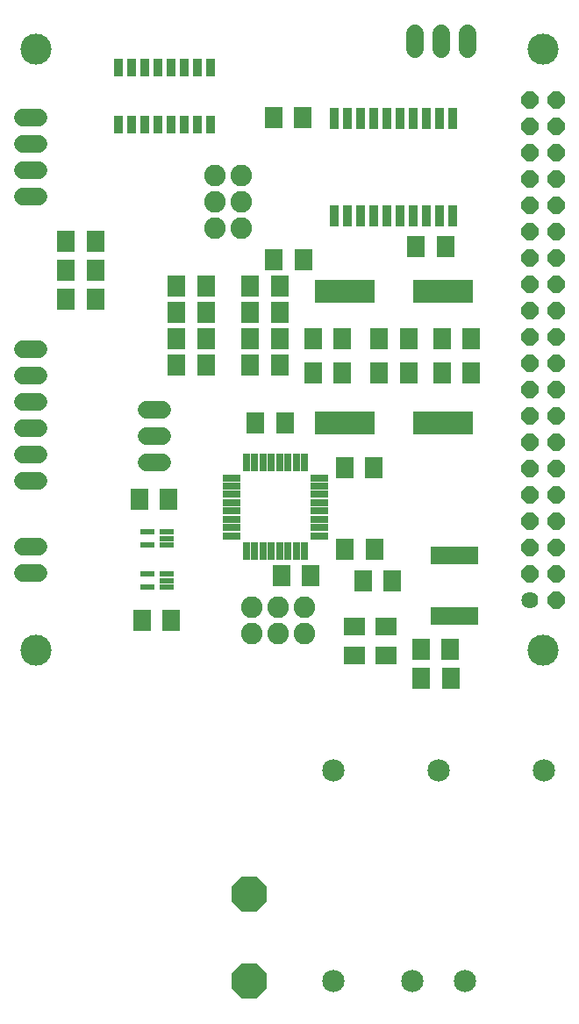
<source format=gbr>
G04 EAGLE Gerber RS-274X export*
G75*
%MOMM*%
%FSLAX34Y34*%
%LPD*%
%INSoldermask Top*%
%IPPOS*%
%AMOC8*
5,1,8,0,0,1.08239X$1,22.5*%
G01*
%ADD10R,0.903200X2.128200*%
%ADD11R,0.653200X1.678200*%
%ADD12C,1.625600*%
%ADD13P,1.759533X8X112.500000*%
%ADD14R,0.853200X1.778200*%
%ADD15R,1.403200X0.603200*%
%ADD16C,3.003200*%
%ADD17R,5.803200X2.303200*%
%ADD18C,2.082800*%
%ADD19R,1.803200X2.003200*%
%ADD20C,1.727200*%
%ADD21R,1.803200X2.006200*%
%ADD22C,2.153200*%
%ADD23P,3.656530X8X202.500000*%
%ADD24R,0.803200X1.703200*%
%ADD25R,1.703200X0.803200*%
%ADD26R,2.006200X1.803200*%


D10*
X468630Y829180D03*
X481330Y829180D03*
X494030Y829180D03*
X506730Y829180D03*
X519430Y829180D03*
X532130Y829180D03*
X544830Y829180D03*
X557530Y829180D03*
X570230Y829180D03*
X582930Y829180D03*
X582930Y923420D03*
X570230Y923420D03*
X557530Y923420D03*
X544830Y923420D03*
X532130Y923420D03*
X519430Y923420D03*
X506730Y923420D03*
X494030Y923420D03*
X481330Y923420D03*
X468630Y923420D03*
D11*
X564700Y443060D03*
X571200Y443060D03*
X577700Y443060D03*
X584200Y443060D03*
X590700Y443060D03*
X597200Y443060D03*
X603700Y443060D03*
X603700Y501820D03*
X597200Y501820D03*
X590700Y501820D03*
X584200Y501820D03*
X577700Y501820D03*
X571200Y501820D03*
X564700Y501820D03*
D12*
X657300Y458700D03*
D13*
X682700Y458700D03*
X657300Y484100D03*
X682700Y484100D03*
X657300Y509500D03*
X682700Y509500D03*
X657300Y534900D03*
X682700Y534900D03*
X657300Y560300D03*
X682700Y560300D03*
X657300Y585700D03*
X682700Y585700D03*
X657300Y611100D03*
X682700Y611100D03*
X657300Y636500D03*
X682700Y636500D03*
X657300Y661900D03*
X682700Y661900D03*
X657300Y687300D03*
X682700Y687300D03*
X657300Y712700D03*
X682700Y712700D03*
X657300Y738100D03*
X682700Y738100D03*
X657300Y763500D03*
X682700Y763500D03*
X657300Y788900D03*
X682700Y788900D03*
X657300Y814300D03*
X682700Y814300D03*
X657300Y839700D03*
X682700Y839700D03*
X657300Y865100D03*
X682700Y865100D03*
X657300Y890500D03*
X682700Y890500D03*
X657300Y915900D03*
X682700Y915900D03*
X657300Y941300D03*
X682700Y941300D03*
D14*
X349250Y972260D03*
X336550Y972260D03*
X323850Y972260D03*
X311150Y972260D03*
X298450Y972260D03*
X285750Y972260D03*
X273050Y972260D03*
X260350Y972260D03*
X260350Y917500D03*
X273050Y917500D03*
X285750Y917500D03*
X298450Y917500D03*
X311150Y917500D03*
X323850Y917500D03*
X336550Y917500D03*
X349250Y917500D03*
D15*
X306680Y511660D03*
X306680Y518160D03*
X306680Y524660D03*
X287680Y524660D03*
X287680Y511660D03*
D16*
X180000Y410000D03*
X670000Y410000D03*
X180000Y990000D03*
X670000Y990000D03*
D17*
X478280Y756920D03*
X573280Y756920D03*
X573280Y629920D03*
X478280Y629920D03*
D18*
X378460Y868680D03*
X353060Y868680D03*
X378460Y843280D03*
X353060Y843280D03*
X378460Y817880D03*
X353060Y817880D03*
X388620Y452120D03*
X388620Y426720D03*
X414020Y452120D03*
X414020Y426720D03*
X439420Y452120D03*
X439420Y426720D03*
D19*
X438180Y924560D03*
X410180Y924560D03*
X524540Y477520D03*
X496540Y477520D03*
X476280Y711200D03*
X448280Y711200D03*
X572740Y711200D03*
X600740Y711200D03*
X572740Y678180D03*
X600740Y678180D03*
X476280Y678180D03*
X448280Y678180D03*
X283180Y439420D03*
X311180Y439420D03*
X417800Y482600D03*
X445800Y482600D03*
D20*
X182880Y701040D02*
X167640Y701040D01*
X167640Y675640D02*
X182880Y675640D01*
X182880Y650240D02*
X167640Y650240D01*
X167640Y624840D02*
X182880Y624840D01*
X182880Y599440D02*
X167640Y599440D01*
X167640Y574040D02*
X182880Y574040D01*
X546100Y990600D02*
X546100Y1005840D01*
X571500Y1005840D02*
X571500Y990600D01*
X596900Y990600D02*
X596900Y1005840D01*
X182880Y924560D02*
X167640Y924560D01*
X167640Y899160D02*
X182880Y899160D01*
X182880Y873760D02*
X167640Y873760D01*
X167640Y848360D02*
X182880Y848360D01*
X182880Y485140D02*
X167640Y485140D01*
X167640Y510540D02*
X182880Y510540D01*
D15*
X306680Y471020D03*
X306680Y477520D03*
X306680Y484020D03*
X287680Y484020D03*
X287680Y471020D03*
D19*
X280640Y556260D03*
X308640Y556260D03*
D21*
X387100Y685800D03*
X415540Y685800D03*
X387100Y711200D03*
X415540Y711200D03*
X387100Y736600D03*
X415540Y736600D03*
X387100Y762000D03*
X415540Y762000D03*
X315980Y685800D03*
X344420Y685800D03*
X315980Y711200D03*
X344420Y711200D03*
X315980Y736600D03*
X344420Y736600D03*
X315980Y762000D03*
X344420Y762000D03*
D22*
X594360Y91440D03*
X543560Y91440D03*
X670560Y294640D03*
X568960Y294640D03*
X467360Y294640D03*
X467360Y91440D03*
D23*
X386080Y175260D03*
X386080Y91440D03*
D21*
X409960Y787400D03*
X438400Y787400D03*
X209300Y805180D03*
X237740Y805180D03*
X209300Y777240D03*
X237740Y777240D03*
X209300Y749300D03*
X237740Y749300D03*
X511560Y711200D03*
X540000Y711200D03*
X575560Y800100D03*
X547120Y800100D03*
X540000Y678180D03*
X511560Y678180D03*
X420620Y629920D03*
X392180Y629920D03*
D19*
X580420Y411480D03*
X552420Y411480D03*
D21*
X580640Y383540D03*
X552200Y383540D03*
D24*
X439480Y591140D03*
X431480Y591140D03*
X423480Y591140D03*
X415480Y591140D03*
X407480Y591140D03*
X399480Y591140D03*
X391480Y591140D03*
X383480Y591140D03*
D25*
X368980Y576640D03*
X368980Y568640D03*
X368980Y560640D03*
X368980Y552640D03*
X368980Y544640D03*
X368980Y536640D03*
X368980Y528640D03*
X368980Y520640D03*
D24*
X383480Y506140D03*
X391480Y506140D03*
X399480Y506140D03*
X407480Y506140D03*
X415480Y506140D03*
X423480Y506140D03*
X431480Y506140D03*
X439480Y506140D03*
D25*
X453980Y520640D03*
X453980Y528640D03*
X453980Y536640D03*
X453980Y544640D03*
X453980Y552640D03*
X453980Y560640D03*
X453980Y568640D03*
X453980Y576640D03*
D21*
X478540Y508000D03*
X506980Y508000D03*
D19*
X478760Y586740D03*
X506760Y586740D03*
D26*
X487680Y404880D03*
X487680Y433320D03*
X518160Y404880D03*
X518160Y433320D03*
D20*
X302260Y591820D02*
X287020Y591820D01*
X287020Y617220D02*
X302260Y617220D01*
X302260Y642620D02*
X287020Y642620D01*
M02*

</source>
